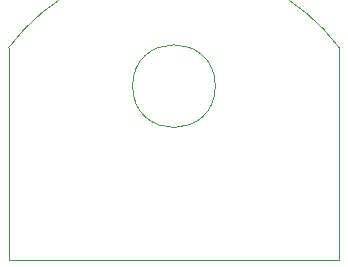
<source format=gbr>
%TF.GenerationSoftware,KiCad,Pcbnew,9.0.3*%
%TF.CreationDate,2025-07-22T22:52:44+10:00*%
%TF.ProjectId,motorMount,6d6f746f-724d-46f7-956e-742e6b696361,rev?*%
%TF.SameCoordinates,Original*%
%TF.FileFunction,Profile,NP*%
%FSLAX46Y46*%
G04 Gerber Fmt 4.6, Leading zero omitted, Abs format (unit mm)*
G04 Created by KiCad (PCBNEW 9.0.3) date 2025-07-22 22:52:44*
%MOMM*%
%LPD*%
G01*
G04 APERTURE LIST*
%TA.AperFunction,Profile*%
%ADD10C,0.050000*%
%TD*%
G04 APERTURE END LIST*
D10*
X134500000Y-93000000D02*
X134500000Y-111000000D01*
X162500000Y-111000000D02*
X134500000Y-111000000D01*
X152000000Y-96250000D02*
G75*
G02*
X145000000Y-96250000I-3500000J0D01*
G01*
X145000000Y-96250000D02*
G75*
G02*
X152000000Y-96250000I3500000J0D01*
G01*
X162500000Y-93000000D02*
X162500000Y-111000000D01*
X134500000Y-93000000D02*
G75*
G02*
X162500000Y-93000000I14000000J-10500000D01*
G01*
M02*

</source>
